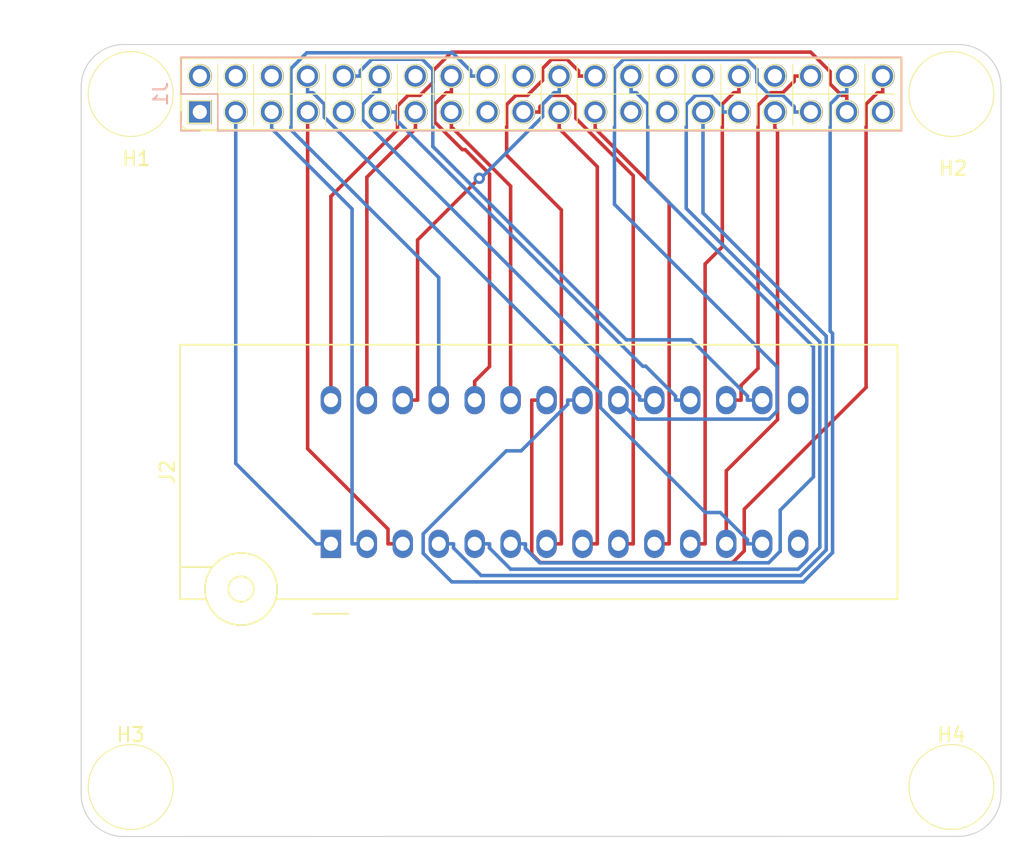
<source format=kicad_pcb>
(kicad_pcb (version 20211014) (generator pcbnew)
  (layers (0 "F.Cu" signal) (31 "B.Cu" signal) (34 "B.Paste" user) (35 "F.Paste" user) (36 "B.SilkS" user "B.Silkscreen") (37 "F.SilkS" user "F.Silkscreen") (38 "B.Mask" user) (39 "F.Mask" user) (44 "Edge.Cuts" user))
  (net 0 "")
  (net 1 "/GPIO21")
  (net 3 "/GPIO20")
  (net 4 "/GPIO27")
  (net 5 "/GPIO16")
  (net 6 "/GPIO19")
  (net 8 "/GPIO13")
  (net 9 "/GPIO12")
  (net 10 "/GPIO6")
  (net 12 "/GPIO5")
  (net 15 "/GPIO7")
  (net 17 "/GPIO8")
  (net 18 "/GPIO11")
  (net 19 "/GPIO25")
  (net 20 "/GPIO9")
  (net 22 "/GPIO10")
  (net 23 "/GPIO24")
  (net 25 "/GPIO23")
  (net 26 "/GPIO22")
  (net 28 "/GPIO26")
  (net 29 "/GPIO18")
  (net 30 "/GPIO17")
  (net 31 "/GPIO15")
  (net 33 "/GPIO14")
  (net 34 "/GPIO4")
  (net 36 "/GPIO3")
  (net 38 "/GPIO2")
  (footprint "MountingHole:MountingHole_2.7mm_M2.5" (layer "F.Cu") (at 44.6 34.08)
    (fp_text reference "H1" (at 0.405 4.57) (layer "F.SilkS"))
    (fp_text value "MountingHole")
    (pad "" np_thru_hole circle locked (at 0 0) (size 2.7 2.7) (drill 2.7) (layers *.Cu *.Mask))
  )
  (footprint "MountingHole:MountingHole_2.7mm_M2.5" (layer "F.Cu") (at 44.6 83.08)
    (fp_text reference "H3" (at 0 -3.7) (layer "F.SilkS"))
    (fp_text value "MountingHole")
    (pad "" np_thru_hole circle locked (at 0 0) (size 2.7 2.7) (drill 2.7) (layers *.Cu *.Mask))
  )
  (footprint "MountingHole:MountingHole_2.7mm_M2.5" (layer "F.Cu") (at 102.6 34.08)
    (fp_text reference "H2" (at 0.125 5.25) (layer "F.SilkS"))
    (fp_text value "MountingHole")
    (pad "" np_thru_hole circle locked (at 0 0) (size 2.7 2.7) (drill 2.7) (layers *.Cu *.Mask))
  )
  (footprint "MountingHole:MountingHole_2.7mm_M2.5" (layer "F.Cu") (at 102.6 83.08)
    (fp_text reference "H4" (at 0 -3.7) (layer "F.SilkS"))
    (fp_text value "MountingHole")
    (pad "" np_thru_hole circle locked (at 0 0) (size 2.7 2.7) (drill 2.7) (layers *.Cu *.Mask))
  )
  (footprint "Socket:DIP_Socket-28_W6.9_W7.62_W10.16_W12.7_W13.5_3M_228-4817-00-0602J" (layer "F.Cu") (at 58.75 65.885 90)
    (fp_text reference "J2" (at 5.08 -11.56 90) (layer "F.SilkS"))
    (fp_text value "28-6574-10")
    (fp_line (start 14.08 40.04) (end 14.08 -10.66) (layer "F.SilkS") (width 0.12))
    (fp_line (start -3.92 40.04) (end 14.08 40.04) (layer "F.SilkS") (width 0.12))
    (fp_line (start -3.92 -3.9) (end -3.92 40.04) (layer "F.SilkS") (width 0.12))
    (fp_line (start -4.95 1.27) (end -4.95 -1.27) (layer "F.SilkS") (width 0.12))
    (fp_line (start -3.92 -10.66) (end -3.92 -8.8) (layer "F.SilkS") (width 0.12))
    (fp_line (start -1.65 -10.66) (end -1.65 -8.4) (layer "F.SilkS") (width 0.12))
    (fp_line (start 14.08 -10.66) (end -3.92 -10.66) (layer "F.SilkS") (width 0.12))
    (fp_circle (center -3.2 -6.35) (end -2.3 -6.35) (layer "F.SilkS") (width 0.12) (fill none))
    (fp_circle (center -3.2 -6.35) (end -0.65 -6.35) (layer "F.SilkS") (width 0.12) (fill none))
    (pad "1" thru_hole rect locked (at 0 0 90) (size 2 1.44) (drill 1) (layers *.Cu *.Mask) (net 38 "/GPIO2"))
    (pad "2" thru_hole oval locked (at 0 2.54 90) (size 2 1.44) (drill 1) (layers *.Cu *.Mask) (net 36 "/GPIO3"))
    (pad "3" thru_hole oval locked (at 0 5.08 90) (size 2 1.44) (drill 1) (layers *.Cu *.Mask) (net 34 "/GPIO4"))
    (pad "4" thru_hole oval locked (at 0 7.62 90) (size 2 1.44) (drill 1) (layers *.Cu *.Mask) (net 12 "/GPIO5"))
    (pad "5" thru_hole oval locked (at 0 10.16 90) (size 2 1.44) (drill 1) (layers *.Cu *.Mask) (net 10 "/GPIO6"))
    (pad "6" thru_hole oval locked (at 0 12.7 90) (size 2 1.44) (drill 1) (layers *.Cu *.Mask) (net 15 "/GPIO7"))
    (pad "7" thru_hole oval locked (at 0 15.24 90) (size 2 1.44) (drill 1) (layers *.Cu *.Mask) (net 17 "/GPIO8"))
    (pad "8" thru_hole oval locked (at 0 17.78 90) (size 2 1.44) (drill 1) (layers *.Cu *.Mask) (net 20 "/GPIO9"))
    (pad "9" thru_hole oval locked (at 0 20.32 90) (size 2 1.44) (drill 1) (layers *.Cu *.Mask) (net 22 "/GPIO10"))
    (pad "10" thru_hole oval locked (at 0 22.86 90) (size 2 1.44) (drill 1) (layers *.Cu *.Mask) (net 18 "/GPIO11"))
    (pad "11" thru_hole oval locked (at 0 25.4 90) (size 2 1.44) (drill 1) (layers *.Cu *.Mask) (net 9 "/GPIO12"))
    (pad "12" thru_hole oval locked (at 0 27.94 90) (size 2 1.44) (drill 1) (layers *.Cu *.Mask) (net 8 "/GPIO13"))
    (pad "13" thru_hole oval locked (at 0 30.48 90) (size 2 1.44) (drill 1) (layers *.Cu *.Mask) (net 33 "/GPIO14"))
    (pad "14" thru_hole oval locked (at 0 33.02 90) (size 2 1.44) (drill 1) (layers *.Cu *.Mask))
    (pad "15" thru_hole oval locked (at 10.16 33.02 90) (size 2 1.44) (drill 1) (layers *.Cu *.Mask))
    (pad "16" thru_hole oval locked (at 10.16 30.48 90) (size 2 1.44) (drill 1) (layers *.Cu *.Mask) (net 31 "/GPIO15"))
    (pad "17" thru_hole oval locked (at 10.16 27.94 90) (size 2 1.44) (drill 1) (layers *.Cu *.Mask) (net 5 "/GPIO16"))
    (pad "18" thru_hole oval locked (at 10.16 25.4 90) (size 2 1.44) (drill 1) (layers *.Cu *.Mask) (net 30 "/GPIO17"))
    (pad "19" thru_hole oval locked (at 10.16 22.86 90) (size 2 1.44) (drill 1) (layers *.Cu *.Mask) (net 29 "/GPIO18"))
    (pad "20" thru_hole oval locked (at 10.16 20.32 90) (size 2 1.44) (drill 1) (layers *.Cu *.Mask) (net 6 "/GPIO19"))
    (pad "21" thru_hole oval locked (at 10.16 17.78 90) (size 2 1.44) (drill 1) (layers *.Cu *.Mask) (net 3 "/GPIO20"))
    (pad "22" thru_hole oval locked (at 10.16 15.24 90) (size 2 1.44) (drill 1) (layers *.Cu *.Mask) (net 1 "/GPIO21"))
    (pad "23" thru_hole oval locked (at 10.16 12.7 90) (size 2 1.44) (drill 1) (layers *.Cu *.Mask) (net 26 "/GPIO22"))
    (pad "24" thru_hole oval locked (at 10.16 10.16 90) (size 2 1.44) (drill 1) (layers *.Cu *.Mask) (net 25 "/GPIO23"))
    (pad "25" thru_hole oval locked (at 10.16 7.62 90) (size 2 1.44) (drill 1) (layers *.Cu *.Mask) (net 23 "/GPIO24"))
    (pad "26" thru_hole oval locked (at 10.16 5.08 90) (size 2 1.44) (drill 1) (layers *.Cu *.Mask) (net 19 "/GPIO25"))
    (pad "27" thru_hole oval locked (at 10.16 2.54 90) (size 2 1.44) (drill 1) (layers *.Cu *.Mask) (net 28 "/GPIO26"))
    (pad "28" thru_hole oval locked (at 10.16 0 90) (size 2 1.44) (drill 1) (layers *.Cu *.Mask) (net 4 "/GPIO27"))
  )
  (footprint "Connector_PinSocket_2.54mm:PinSocket_2x20_P2.54mm_Vertical" (layer "B.Cu") (at 49.485 35.35 -90)
    (fp_text reference "J1" (at -1.27 2.77 90) (layer "B.SilkS") (effects (justify mirror)))
    (fp_text value "Raspberry_Pi_2_3")
    (fp_line (start 0 1.33) (end 1.33 1.33) (layer "B.SilkS") (width 0.12))
    (fp_line (start -1.27 1.33) (end -1.27 -1.27) (layer "B.SilkS") (width 0.12))
    (fp_line (start -3.87 1.33) (end -1.27 1.33) (layer "B.SilkS") (width 0.12))
    (fp_line (start -3.87 1.33) (end -3.87 -49.59) (layer "B.SilkS") (width 0.12))
    (fp_line (start 1.33 -1.27) (end 1.33 -49.59) (layer "B.SilkS") (width 0.12))
    (fp_line (start -1.27 -1.27) (end 1.33 -1.27) (layer "B.SilkS") (width 0.12))
    (fp_line (start -3.87 -49.59) (end 1.33 -49.59) (layer "B.SilkS") (width 0.12))
    (fp_line (start 1.33 1.33) (end 1.33 0) (layer "B.SilkS") (width 0.12))
    (pad "1" thru_hole rect locked (at 0 0 270) (size 1.7 1.7) (drill 1) (layers *.Cu *.Mask))
    (pad "2" thru_hole oval locked (at -2.54 0 270) (size 1.7 1.7) (drill 1) (layers *.Cu *.Mask))
    (pad "3" thru_hole oval locked (at 0 -2.54 270) (size 1.7 1.7) (drill 1) (layers *.Cu *.Mask) (net 38 "/GPIO2"))
    (pad "4" thru_hole oval locked (at -2.54 -2.54 270) (size 1.7 1.7) (drill 1) (layers *.Cu *.Mask))
    (pad "5" thru_hole oval locked (at 0 -5.08 270) (size 1.7 1.7) (drill 1) (layers *.Cu *.Mask) (net 36 "/GPIO3"))
    (pad "6" thru_hole oval locked (at -2.54 -5.08 270) (size 1.7 1.7) (drill 1) (layers *.Cu *.Mask))
    (pad "7" thru_hole oval locked (at 0 -7.62 270) (size 1.7 1.7) (drill 1) (layers *.Cu *.Mask) (net 34 "/GPIO4"))
    (pad "8" thru_hole oval locked (at -2.54 -7.62 270) (size 1.7 1.7) (drill 1) (layers *.Cu *.Mask) (net 33 "/GPIO14"))
    (pad "9" thru_hole oval locked (at 0 -10.16 270) (size 1.7 1.7) (drill 1) (layers *.Cu *.Mask))
    (pad "10" thru_hole oval locked (at -2.54 -10.16 270) (size 1.7 1.7) (drill 1) (layers *.Cu *.Mask) (net 31 "/GPIO15"))
    (pad "11" thru_hole oval locked (at 0 -12.7 270) (size 1.7 1.7) (drill 1) (layers *.Cu *.Mask) (net 30 "/GPIO17"))
    (pad "12" thru_hole oval locked (at -2.54 -12.7 270) (size 1.7 1.7) (drill 1) (layers *.Cu *.Mask) (net 29 "/GPIO18"))
    (pad "13" thru_hole oval locked (at 0 -15.24 270) (size 1.7 1.7) (drill 1) (layers *.Cu *.Mask) (net 28 "/GPIO26"))
    (pad "14" thru_hole oval locked (at -2.54 -15.24 270) (size 1.7 1.7) (drill 1) (layers *.Cu *.Mask))
    (pad "15" thru_hole oval locked (at 0 -17.78 270) (size 1.7 1.7) (drill 1) (layers *.Cu *.Mask) (net 26 "/GPIO22"))
    (pad "16" thru_hole oval locked (at -2.54 -17.78 270) (size 1.7 1.7) (drill 1) (layers *.Cu *.Mask) (net 25 "/GPIO23"))
    (pad "17" thru_hole oval locked (at 0 -20.32 270) (size 1.7 1.7) (drill 1) (layers *.Cu *.Mask))
    (pad "18" thru_hole oval locked (at -2.54 -20.32 270) (size 1.7 1.7) (drill 1) (layers *.Cu *.Mask) (net 23 "/GPIO24"))
    (pad "19" thru_hole oval locked (at 0 -22.86 270) (size 1.7 1.7) (drill 1) (layers *.Cu *.Mask) (net 22 "/GPIO10"))
    (pad "20" thru_hole oval locked (at -2.54 -22.86 270) (size 1.7 1.7) (drill 1) (layers *.Cu *.Mask))
    (pad "21" thru_hole oval locked (at 0 -25.4 270) (size 1.7 1.7) (drill 1) (layers *.Cu *.Mask) (net 20 "/GPIO9"))
    (pad "22" thru_hole oval locked (at -2.54 -25.4 270) (size 1.7 1.7) (drill 1) (layers *.Cu *.Mask) (net 19 "/GPIO25"))
    (pad "23" thru_hole oval locked (at 0 -27.94 270) (size 1.7 1.7) (drill 1) (layers *.Cu *.Mask) (net 18 "/GPIO11"))
    (pad "24" thru_hole oval locked (at -2.54 -27.94 270) (size 1.7 1.7) (drill 1) (layers *.Cu *.Mask) (net 17 "/GPIO8"))
    (pad "25" thru_hole oval locked (at 0 -30.48 270) (size 1.7 1.7) (drill 1) (layers *.Cu *.Mask))
    (pad "26" thru_hole oval locked (at -2.54 -30.48 270) (size 1.7 1.7) (drill 1) (layers *.Cu *.Mask) (net 15 "/GPIO7"))
    (pad "27" thru_hole oval locked (at 0 -33.02 270) (size 1.7 1.7) (drill 1) (layers *.Cu *.Mask))
    (pad "28" thru_hole oval locked (at -2.54 -33.02 270) (size 1.7 1.7) (drill 1) (layers *.Cu *.Mask))
    (pad "29" thru_hole oval locked (at 0 -35.56 270) (size 1.7 1.7) (drill 1) (layers *.Cu *.Mask) (net 12 "/GPIO5"))
    (pad "30" thru_hole oval locked (at -2.54 -35.56 270) (size 1.7 1.7) (drill 1) (layers *.Cu *.Mask))
    (pad "31" thru_hole oval locked (at 0 -38.1 270) (size 1.7 1.7) (drill 1) (layers *.Cu *.Mask) (net 10 "/GPIO6"))
    (pad "32" thru_hole oval locked (at -2.54 -38.1 270) (size 1.7 1.7) (drill 1) (layers *.Cu *.Mask) (net 9 "/GPIO12"))
    (pad "33" thru_hole oval locked (at 0 -40.64 270) (size 1.7 1.7) (drill 1) (layers *.Cu *.Mask) (net 8 "/GPIO13"))
    (pad "34" thru_hole oval locked (at -2.54 -40.64 270) (size 1.7 1.7) (drill 1) (layers *.Cu *.Mask))
    (pad "35" thru_hole oval locked (at 0 -43.18 270) (size 1.7 1.7) (drill 1) (layers *.Cu *.Mask) (net 6 "/GPIO19"))
    (pad "36" thru_hole oval locked (at -2.54 -43.18 270) (size 1.7 1.7) (drill 1) (layers *.Cu *.Mask) (net 5 "/GPIO16"))
    (pad "37" thru_hole oval locked (at 0 -45.72 270) (size 1.7 1.7) (drill 1) (layers *.Cu *.Mask) (net 4 "/GPIO27"))
    (pad "38" thru_hole oval locked (at -2.54 -45.72 270) (size 1.7 1.7) (drill 1) (layers *.Cu *.Mask) (net 3 "/GPIO20"))
    (pad "39" thru_hole oval locked (at 0 -48.26 270) (size 1.7 1.7) (drill 1) (layers *.Cu *.Mask))
    (pad "40" thru_hole oval locked (at -2.54 -48.26 270) (size 1.7 1.7) (drill 1) (layers *.Cu *.Mask) (net 1 "/GPIO21"))
  )
  (gr_circle (center 44.6 34.08) (end 47.6 34.08) (layer "F.SilkS") (width 0.076199) (fill none))
  (gr_circle (center 69.79 32.81) (end 70.59 32.81) (layer "F.SilkS") (width 0.076199) (fill none))
  (gr_circle (center 102.6 34.080001) (end 105.6 34.080001) (layer "F.SilkS") (width 0.076199) (fill none))
  (gr_circle (center 92.65 35.35) (end 93.449999 35.35) (layer "F.SilkS") (width 0.076199) (fill none))
  (gr_circle (center 90.11 35.35) (end 90.909999 35.35) (layer "F.SilkS") (width 0.076199) (fill none))
  (gr_circle (center 59.63 32.81) (end 60.43 32.81) (layer "F.SilkS") (width 0.076199) (fill none))
  (gr_circle (center 92.65 32.81) (end 93.449999 32.81) (layer "F.SilkS") (width 0.076199) (fill none))
  (gr_line (start 68.532 31.97) (end 68.532 36.288) (layer "F.SilkS") (width 0.076199))
  (gr_line (start 78.692 31.97) (end 78.692 36.288) (layer "F.SilkS") (width 0.076199))
  (gr_circle (center 77.41 32.81) (end 78.21 32.81) (layer "F.SilkS") (width 0.076199) (fill none))
  (gr_line (start 91.392 31.97) (end 91.392 36.288) (layer "F.SilkS") (width 0.076199))
  (gr_circle (center 59.63 35.35) (end 60.43 35.35) (layer "F.SilkS") (width 0.076199) (fill none))
  (gr_circle (center 69.79 32.81) (end 70.59 32.81) (layer "F.SilkS") (width 0.076199) (fill none))
  (gr_circle (center 95.19 35.35) (end 95.99 35.35) (layer "F.SilkS") (width 0.076199) (fill none))
  (gr_circle (center 79.95 35.35) (end 80.75 35.35) (layer "F.SilkS") (width 0.076199) (fill none))
  (gr_circle (center 59.63 32.81) (end 60.43 32.81) (layer "F.SilkS") (width 0.076199) (fill none))
  (gr_circle (center 52.01 32.81) (end 52.81 32.81) (layer "F.SilkS") (width 0.076199) (fill none))
  (gr_circle (center 54.55 32.81) (end 55.35 32.81) (layer "F.SilkS") (width 0.076199) (fill none))
  (gr_line (start 83.772 31.97) (end 83.772 36.288) (layer "F.SilkS") (width 0.076199))
  (gr_circle (center 82.49 32.81) (end 83.29 32.81) (layer "F.SilkS") (width 0.076199) (fill none))
  (gr_circle (center 72.33 35.35) (end 73.13 35.35) (layer "F.SilkS") (width 0.076199) (fill none))
  (gr_circle (center 59.63 35.35) (end 60.43 35.35) (layer "F.SilkS") (width 0.076199) (fill none))
  (gr_circle (center 85.03 32.81) (end 85.83 32.81) (layer "F.SilkS") (width 0.076199) (fill none))
  (gr_line (start 99.1 36.68) (end 99.1 31.48) (layer "F.SilkS") (width 0.076199))
  (gr_circle (center 62.17 35.35) (end 62.97 35.35) (layer "F.SilkS") (width 0.076199) (fill none))
  (gr_line (start 48.67 34.55) (end 50.27 34.55) (layer "F.SilkS") (width 0.076199))
  (gr_circle (center 57.09 35.35) (end 57.89 35.35) (layer "F.SilkS") (width 0.076199) (fill none))
  (gr_circle (center 67.25 35.35) (end 68.05 35.35) (layer "F.SilkS") (width 0.076199) (fill none))
  (gr_circle (center 87.57 35.35) (end 88.369999 35.35) (layer "F.SilkS") (width 0.076199) (fill none))
  (gr_line (start 48.6 36.68) (end 99.1 36.68) (layer "F.SilkS") (width 0.076199))
  (gr_circle (center 90.11 32.81) (end 90.909999 32.81) (layer "F.SilkS") (width 0.076199) (fill none))
  (gr_circle (center 62.17 32.81) (end 62.97 32.81) (layer "F.SilkS") (width 0.076199) (fill none))
  (gr_circle (center 57.09 32.81) (end 57.89 32.81) (layer "F.SilkS") (width 0.076199) (fill none))
  (gr_circle (center 72.33 32.81) (end 73.13 32.81) (layer "F.SilkS") (width 0.076199) (fill none))
  (gr_circle (center 97.73 32.81) (end 98.53 32.81) (layer "F.SilkS") (width 0.076199) (fill none))
  (gr_circle (center 97.73 32.81) (end 98.53 32.81) (layer "F.SilkS") (width 0.076199) (fill none))
  (gr_line (start 73.612 31.97) (end 73.612 36.288) (layer "F.SilkS") (width 0.076199))
  (gr_line (start 99.1 31.48) (end 48.1 31.48) (layer "F.SilkS") (width 0.076199))
  (gr_line (start 50.27 36.15) (end 48.67 36.15) (layer "F.SilkS") (width 0.076199))
  (gr_circle (center 57.09 35.35) (end 57.89 35.35) (layer "F.SilkS") (width 0.076199) (fill none))
  (gr_circle (center 95.19 32.81) (end 95.99 32.81) (layer "F.SilkS") (width 0.076199) (fill none))
  (gr_circle (center 82.49 32.81) (end 83.29 32.81) (layer "F.SilkS") (width 0.076199) (fill none))
  (gr_line (start 88.852 31.97) (end 88.852 36.288) (layer "F.SilkS") (width 0.076199))
  (gr_line (start 48.2 31.58) (end 48.2 36.58) (layer "F.SilkS") (width 0.076199))
  (gr_circle (center 64.71 35.35) (end 65.51 35.35) (layer "F.SilkS") (width 0.076199) (fill none))
  (gr_circle (center 79.95 32.81) (end 80.75 32.81) (layer "F.SilkS") (width 0.076199) (fill none))
  (gr_circle (center 90.11 32.81) (end 90.909999 32.81) (layer "F.SilkS") (width 0.076199) (fill none))
  (gr_circle (center 82.49 35.35) (end 83.29 35.35) (layer "F.SilkS") (width 0.076199) (fill none))
  (gr_circle (center 67.25 32.81) (end 68.05 32.81) (layer "F.SilkS") (width 0.076199) (fill none))
  (gr_line (start 58.372 31.97) (end 58.372 36.288) (layer "F.SilkS") (width 0.076199))
  (gr_circle (center 64.71 32.81) (end 65.51 32.81) (layer "F.SilkS") (width 0.076199) (fill none))
  (gr_circle (center 64.71 35.35) (end 65.51 35.35) (layer "F.SilkS") (width 0.076199) (fill none))
  (gr_line (start 86.312 31.97) (end 86.312 36.288) (layer "F.SilkS") (width 0.076199))
  (gr_circle (center 97.73 35.35) (end 98.53 35.35) (layer "F.SilkS") (width 0.076199) (fill none))
  (gr_circle (center 87.57 35.35) (end 88.369999 35.35) (layer "F.SilkS") (width 0.076199) (fill none))
  (gr_circle (center 52.01 32.81) (end 52.81 32.81) (layer "F.SilkS") (width 0.076199) (fill none))
  (gr_line (start 48.1 36.18) (end 48.6 36.68) (layer "F.SilkS") (width 0.076199))
  (gr_circle (center 95.19 32.81) (end 95.99 32.81) (layer "F.SilkS") (width 0.076199) (fill none))
  (gr_circle (center 85.03 32.81) (end 85.83 32.81) (layer "F.SilkS") (width 0.076199) (fill none))
  (gr_circle (center 57.09 32.81) (end 57.89 32.81) (layer "F.SilkS") (width 0.076199) (fill none))
  (gr_circle (center 67.25 35.35) (end 68.05 35.35) (layer "F.SilkS") (width 0.076199) (fill none))
  (gr_circle (center 85.03 35.35) (end 85.83 35.35) (layer "F.SilkS") (width 0.076199) (fill none))
  (gr_line (start 50.27 36.15) (end 48.67 36.15) (layer "F.SilkS") (width 0.076199))
  (gr_line (start 53.292 31.97) (end 53.292 36.288) (layer "F.SilkS") (width 0.076199))
  (gr_line (start 50.27 34.55) (end 50.27 36.15) (layer "F.SilkS") (width 0.076199))
  (gr_circle (center 87.57 32.81) (end 88.369999 32.81) (layer "F.SilkS") (width 0.076199) (fill none))
  (gr_line (start 81.232 31.97) (end 81.232 36.288) (layer "F.SilkS") (width 0.076199))
  (gr_circle (center 74.87 32.81) (end 75.67 32.81) (layer "F.SilkS") (width 0.076199) (fill none))
  (gr_circle (center 74.87 35.35) (end 75.67 35.35) (layer "F.SilkS") (width 0.076199) (fill none))
  (gr_line (start 48.67 34.55) (end 50.27 34.55) (layer "F.SilkS") (width 0.076199))
  (gr_line (start 63.452 31.97) (end 63.452 36.288) (layer "F.SilkS") (width 0.076199))
  (gr_circle (center 67.25 32.81) (end 68.05 32.81) (layer "F.SilkS") (width 0.076199) (fill none))
  (gr_circle (center 77.41 32.81) (end 78.21 32.81) (layer "F.SilkS") (width 0.076199) (fill none))
  (gr_circle (center 54.55 32.81) (end 55.35 32.81) (layer "F.SilkS") (width 0.076199) (fill none))
  (gr_circle (center 102.6 83.080001) (end 105.6 83.080001) (layer "F.SilkS") (width 0.076199) (fill none))
  (gr_circle (center 74.87 35.35) (end 75.67 35.35) (layer "F.SilkS") (width 0.076199) (fill none))
  (gr_circle (center 79.95 35.35) (end 80.75 35.35) (layer "F.SilkS") (width 0.076199) (fill none))
  (gr_circle (center 79.95 32.81) (end 80.75 32.81) (layer "F.SilkS") (width 0.076199) (fill none))
  (gr_circle (center 72.33 35.35) (end 73.13 35.35) (layer "F.SilkS") (width 0.076199) (fill none))
  (gr_circle (center 64.71 32.81) (end 65.51 32.81) (layer "F.SilkS") (width 0.076199) (fill none))
  (gr_circle (center 54.55 35.35) (end 55.35 35.35) (layer "F.SilkS") (width 0.076199) (fill none))
  (gr_circle (center 77.41 35.35) (end 78.21 35.35) (layer "F.SilkS") (width 0.076199) (fill none))
  (gr_line (start 99 36.58) (end 99 31.58) (layer "F.SilkS") (width 0.076199))
  (gr_circle (center 74.87 32.81) (end 75.67 32.81) (layer "F.SilkS") (width 0.076199) (fill none))
  (gr_circle (center 92.65 32.81) (end 93.449999 32.81) (layer "F.SilkS") (width 0.076199) (fill none))
  (gr_circle (center 92.65 35.35) (end 93.449999 35.35) (layer "F.SilkS") (width 0.076199) (fill none))
  (gr_line (start 48.2 36.58) (end 99 36.58) (layer "F.SilkS") (width 0.076199))
  (gr_line (start 65.992 31.97) (end 65.992 36.288) (layer "F.SilkS") (width 0.076199))
  (gr_circle (center 90.11 35.35) (end 90.909999 35.35) (layer "F.SilkS") (width 0.076199) (fill none))
  (gr_line (start 93.932 31.97) (end 93.932 36.288) (layer "F.SilkS") (width 0.076199))
  (gr_circle (center 54.55 35.35) (end 55.35 35.35) (layer "F.SilkS") (width 0.076199) (fill none))
  (gr_line (start 60.912 31.97) (end 60.912 36.288) (layer "F.SilkS") (width 0.076199))
  (gr_circle (center 82.49 35.35) (end 83.29 35.35) (layer "F.SilkS") (width 0.076199) (fill none))
  (gr_line (start 48.1 31.48) (end 48.1 36.18) (layer "F.SilkS") (width 0.076199))
  (gr_line (start 96.472 31.97) (end 96.472 36.288) (layer "F.SilkS") (width 0.076199))
  (gr_circle (center 85.03 35.35) (end 85.83 35.35) (layer "F.SilkS") (width 0.076199) (fill none))
  (gr_line (start 71.072 31.97) (end 71.072 36.288) (layer "F.SilkS") (width 0.076199))
  (gr_circle (center 97.73 35.35) (end 98.53 35.35) (layer "F.SilkS") (width 0.076199) (fill none))
  (gr_circle (center 77.41 35.35) (end 78.21 35.35) (layer "F.SilkS") (width 0.076199) (fill none))
  (gr_line (start 50.752 31.97) (end 50.752 36.288) (layer "F.SilkS") (width 0.076199))
  (gr_circle (center 69.79 35.35) (end 70.59 35.35) (layer "F.SilkS") (width 0.076199) (fill none))
  (gr_line (start 50.27 34.55) (end 50.27 36.15) (layer "F.SilkS") (width 0.076199))
  (gr_circle (center 62.17 35.35) (end 62.97 35.35) (layer "F.SilkS") (width 0.076199) (fill none))
  (gr_line (start 99 31.58) (end 48.2 31.58) (layer "F.SilkS") (width 0.076199))
  (gr_line (start 48.67 36.15) (end 48.67 34.55) (layer "F.SilkS") (width 0.076199))
  (gr_circle (center 49.469999 32.81) (end 50.27 32.81) (layer "F.SilkS") (width 0.076199) (fill none))
  (gr_line (start 48.6 34.08) (end 98.6 34.08) (layer "F.SilkS") (width 0.076199))
  (gr_circle (center 52.01 35.35) (end 52.81 35.35) (layer "F.SilkS") (width 0.076199) (fill none))
  (gr_line (start 48.67 36.15) (end 48.67 34.55) (layer "F.SilkS") (width 0.076199))
  (gr_line (start 76.152 31.97) (end 76.152 36.288) (layer "F.SilkS") (width 0.076199))
  (gr_circle (center 44.6 83.080001) (end 47.6 83.080001) (layer "F.SilkS") (width 0.076199) (fill none))
  (gr_circle (center 49.469999 32.81) (end 50.27 32.81) (layer "F.SilkS") (width 0.076199) (fill none))
  (gr_circle (center 72.33 32.81) (end 73.13 32.81) (layer "F.SilkS") (width 0.076199) (fill none))
  (gr_circle (center 62.17 32.81) (end 62.97 32.81) (layer "F.SilkS") (width 0.076199) (fill none))
  (gr_circle (center 52.01 35.35) (end 52.81 35.35) (layer "F.SilkS") (width 0.076199) (fill none))
  (gr_circle (center 69.79 35.35) (end 70.59 35.35) (layer "F.SilkS") (width 0.076199) (fill none))
  (gr_circle (center 87.57 32.81) (end 88.369999 32.81) (layer "F.SilkS") (width 0.076199) (fill none))
  (gr_line (start 55.832 31.97) (end 55.832 36.288) (layer "F.SilkS") (width 0.076199))
  (gr_circle (center 95.19 35.35) (end 95.99 35.35) (layer "F.SilkS") (width 0.076199) (fill none))
  (gr_line (start 44.1 86.58) (end 103.105 86.57) (layer "Edge.Cuts") (width 0.076199))
  (gr_arc (start 41.099999 33.579995) (mid 41.97868 31.458677) (end 44.1 30.58) (layer "Edge.Cuts") (width 0.076199))
  (gr_line (start 41.1 33.58) (end 41.1 83.58) (layer "Edge.Cuts") (width 0.076199))
  (gr_line (start 106.104999 83.570005) (end 106.105 33.58) (layer "Edge.Cuts") (width 0.076199))
  (gr_arc (start 44.099994 86.58) (mid 41.978677 85.701319) (end 41.1 83.58) (layer "Edge.Cuts") (width 0.076199))
  (gr_arc (start 103.105 30.58) (mid 105.226318 31.45868) (end 106.104996 33.58) (layer "Edge.Cuts") (width 0.076199))
  (gr_line (start 103.105 30.58) (end 44.1 30.58) (layer "Edge.Cuts") (width 0.076199))
  (gr_arc (start 106.104999 83.570005) (mid 105.226319 85.691323) (end 103.105 86.57) (layer "Edge.Cuts") (width 0.076199))
  (segment (start 72.9447 66.6085) (end 72.9447 55.725) (width 0.25) (layer "F.Cu") (net 1))
  (segment (start 96.5697 34.7932) (end 96.5697 54.8239) (width 0.25) (layer "F.Cu") (net 1))
  (segment (start 97.3776 33.9853) (end 96.5697 34.7932) (width 0.25) (layer "F.Cu") (net 1))
  (segment (start 87.96 63.4336) (end 87.96 66.3843) (width 0.25) (layer "F.Cu") (net 1))
  (segment (start 96.5697 54.8239) (end 87.96 63.4336) (width 0.25) (layer "F.Cu") (net 1))
  (segment (start 87.96 66.3843) (end 87.1268 67.2175) (width 0.25) (layer "F.Cu") (net 1))
  (segment (start 73.5537 67.2175) (end 72.9447 66.6085) (width 0.25) (layer "F.Cu") (net 1))
  (segment (start 73.99 55.725) (end 72.9447 55.725) (width 0.25) (layer "F.Cu") (net 1))
  (segment (start 97.745 32.81) (end 97.745 33.9853) (width 0.25) (layer "F.Cu") (net 1))
  (segment (start 87.1268 67.2175) (end 73.5537 67.2175) (width 0.25) (layer "F.Cu") (net 1))
  (segment (start 97.745 33.9853) (end 97.3776 33.9853) (width 0.25) (layer "F.Cu") (net 1))
  (segment (start 94.2014 66.506) (end 94.2014 51.0092) (width 0.25) (layer "B.Cu") (net 3))
  (segment (start 95.205 32.81) (end 95.205 33.9853) (width 0.25) (layer "B.Cu") (net 3))
  (segment (start 72.1933 59.3104) (end 71.1427 59.3104) (width 0.25) (layer "B.Cu") (net 3))
  (segment (start 67.2932 68.5769) (end 92.1305 68.5769) (width 0.25) (layer "B.Cu") (net 3))
  (segment (start 76.53 55.725) (end 75.4847 55.725) (width 0.25) (layer "B.Cu") (net 3))
  (segment (start 94.8377 33.9853) (end 95.205 33.9853) (width 0.25) (layer "B.Cu") (net 3))
  (segment (start 75.4847 56.019) (end 72.1933 59.3104) (width 0.25) (layer "B.Cu") (net 3))
  (segment (start 71.1427 59.3104) (end 65.269 65.1841) (width 0.25) (layer "B.Cu") (net 3))
  (segment (start 94.0297 34.7933) (end 94.8377 33.9853) (width 0.25) (layer "B.Cu") (net 3))
  (segment (start 65.269 66.5527) (end 67.2932 68.5769) (width 0.25) (layer "B.Cu") (net 3))
  (segment (start 65.269 65.1841) (end 65.269 66.5527) (width 0.25) (layer "B.Cu") (net 3))
  (segment (start 92.1305 68.5769) (end 94.2014 66.506) (width 0.25) (layer "B.Cu") (net 3))
  (segment (start 94.2014 51.0092) (end 94.0297 50.8375) (width 0.25) (layer "B.Cu") (net 3))
  (segment (start 75.4847 55.725) (end 75.4847 56.019) (width 0.25) (layer "B.Cu") (net 3))
  (segment (start 94.0297 50.8375) (end 94.0297 34.7933) (width 0.25) (layer "B.Cu") (net 3))
  (segment (start 94.0297 32.4934) (end 92.652 31.1157) (width 0.25) (layer "F.Cu") (net 4))
  (segment (start 95.205 35.35) (end 95.205 34.1747) (width 0.25) (layer "F.Cu") (net 4))
  (segment (start 94.8376 34.1747) (end 94.0297 33.3668) (width 0.25) (layer "F.Cu") (net 4))
  (segment (start 65.0446 34.1746) (end 64.1994 34.1746) (width 0.25) (layer "F.Cu") (net 4))
  (segment (start 65.9616 32.4395) (end 65.9616 33.2576) (width 0.25) (layer "F.Cu") (net 4))
  (segment (start 63.455 36.6087) (end 58.75 41.3137) (width 0.25) (layer "F.Cu") (net 4))
  (segment (start 63.455 34.919) (end 63.455 36.6087) (width 0.25) (layer "F.Cu") (net 4))
  (segment (start 67.2854 31.1157) (end 65.9616 32.4395) (width 0.25) (layer "F.Cu") (net 4))
  (segment (start 65.9616 33.2576) (end 65.0446 34.1746) (width 0.25) (layer "F.Cu") (net 4))
  (segment (start 92.652 31.1157) (end 67.2854 31.1157) (width 0.25) (layer "F.Cu") (net 4))
  (segment (start 94.0297 33.3668) (end 94.0297 32.4934) (width 0.25) (layer "F.Cu") (net 4))
  (segment (start 58.75 41.3137) (end 58.75 55.725) (width 0.25) (layer "F.Cu") (net 4))
  (segment (start 95.205 34.1747) (end 94.8376 34.1747) (width 0.25) (layer "F.Cu") (net 4))
  (segment (start 64.1994 34.1746) (end 63.455 34.919) (width 0.25) (layer "F.Cu") (net 4))
  (segment (start 88.9319 53.4831) (end 87.7353 54.6797) (width 0.25) (layer "F.Cu") (net 5))
  (segment (start 88.9319 34.8783) (end 88.9319 53.4831) (width 0.25) (layer "F.Cu") (net 5))
  (segment (start 86.69 55.725) (end 87.7353 55.725) (width 0.25) (layer "F.Cu") (net 5))
  (segment (start 92.665 32.81) (end 91.4897 32.81) (width 0.25) (layer "F.Cu") (net 5))
  (segment (start 91.4897 32.81) (end 91.4897 33.1774) (width 0.25) (layer "F.Cu") (net 5))
  (segment (start 89.8249 33.9853) (end 88.9319 34.8783) (width 0.25) (layer "F.Cu") (net 5))
  (segment (start 90.6818 33.9853) (end 89.8249 33.9853) (width 0.25) (layer "F.Cu") (net 5))
  (segment (start 87.7353 54.6797) (end 87.7353 55.725) (width 0.25) (layer "F.Cu") (net 5))
  (segment (start 91.4897 33.1774) (end 90.6818 33.9853) (width 0.25) (layer "F.Cu") (net 5))
  (segment (start 88.1492 31.6315) (end 79.4345 31.6315) (width 0.25) (layer "B.Cu") (net 6))
  (segment (start 89.7095 57.0669) (end 80.4119 57.0669) (width 0.25) (layer "B.Cu") (net 6))
  (segment (start 80.4119 57.0669) (end 79.07 55.725) (width 0.25) (layer "B.Cu") (net 6))
  (segment (start 79.4345 31.6315) (end 78.7874 32.2786) (width 0.25) (layer "B.Cu") (net 6))
  (segment (start 91.4897 34.9826) (end 90.6818 34.1747) (width 0.25) (layer "B.Cu") (net 6))
  (segment (start 90.2782 56.4982) (end 89.7095 57.0669) (width 0.25) (layer "B.Cu") (net 6))
  (segment (start 88.855 33.241) (end 88.855 32.3373) (width 0.25) (layer "B.Cu") (net 6))
  (segment (start 89.7887 34.1747) (end 88.855 33.241) (width 0.25) (layer "B.Cu") (net 6))
  (segment (start 91.4897 35.35) (end 91.4897 34.9826) (width 0.25) (layer "B.Cu") (net 6))
  (segment (start 90.6818 34.1747) (end 89.7887 34.1747) (width 0.25) (layer "B.Cu") (net 6))
  (segment (start 78.7874 41.8793) (end 90.2782 53.3701) (width 0.25) (layer "B.Cu") (net 6))
  (segment (start 78.7874 32.2786) (end 78.7874 41.8793) (width 0.25) (layer "B.Cu") (net 6))
  (segment (start 92.665 35.35) (end 91.4897 35.35) (width 0.25) (layer "B.Cu") (net 6))
  (segment (start 88.855 32.3373) (end 88.1492 31.6315) (width 0.25) (layer "B.Cu") (net 6))
  (segment (start 90.2782 53.3701) (end 90.2782 56.4982) (width 0.25) (layer "B.Cu") (net 6))
  (segment (start 90.125 35.35) (end 90.125 36.5253) (width 0.25) (layer "F.Cu") (net 8))
  (segment (start 90.125 36.5253) (end 90.3125 36.7128) (width 0.25) (layer "F.Cu") (net 8))
  (segment (start 90.3125 36.7128) (end 90.3125 57.1007) (width 0.25) (layer "F.Cu") (net 8))
  (segment (start 90.3125 57.1007) (end 86.69 60.7232) (width 0.25) (layer "F.Cu") (net 8))
  (segment (start 86.69 60.7232) (end 86.69 65.885) (width 0.25) (layer "F.Cu") (net 8))
  (segment (start 87.585 33.9853) (end 87.2176 33.9853) (width 0.25) (layer "F.Cu") (net 9))
  (segment (start 87.2176 33.9853) (end 86.4097 34.7932) (width 0.25) (layer "F.Cu") (net 9))
  (segment (start 86.4097 34.7932) (end 86.4097 44.8836) (width 0.25) (layer "F.Cu") (net 9))
  (segment (start 84.15 65.885) (end 85.1953 65.885) (width 0.25) (layer "F.Cu") (net 9))
  (segment (start 87.585 32.81) (end 87.585 33.9853) (width 0.25) (layer "F.Cu") (net 9))
  (segment (start 85.1953 46.098) (end 85.1953 65.885) (width 0.25) (layer "F.Cu") (net 9))
  (segment (start 86.4097 44.8836) (end 85.1953 46.098) (width 0.25) (layer "F.Cu") (net 9))
  (segment (start 83.8592 42.1658) (end 93.3008 51.6074) (width 0.25) (layer "B.Cu") (net 10))
  (segment (start 68.91 65.885) (end 69.9553 65.885) (width 0.25) (layer "B.Cu") (net 10))
  (segment (start 86.4097 35.35) (end 86.4097 34.9827) (width 0.25) (layer "B.Cu") (net 10))
  (segment (start 93.3008 51.6074) (end 93.3008 66.1328) (width 0.25) (layer "B.Cu") (net 10))
  (segment (start 71.4526 67.6763) (end 69.9553 66.179) (width 0.25) (layer "B.Cu") (net 10))
  (segment (start 85.6016 34.1746) (end 84.5194 34.1746) (width 0.25) (layer "B.Cu") (net 10))
  (segment (start 87.585 35.35) (end 86.4097 35.35) (width 0.25) (layer "B.Cu") (net 10))
  (segment (start 83.8592 34.8348) (end 83.8592 42.1658) (width 0.25) (layer "B.Cu") (net 10))
  (segment (start 69.9553 66.179) (end 69.9553 65.885) (width 0.25) (layer "B.Cu") (net 10))
  (segment (start 93.3008 66.1328) (end 91.7573 67.6763) (width 0.25) (layer "B.Cu") (net 10))
  (segment (start 84.5194 34.1746) (end 83.8592 34.8348) (width 0.25) (layer "B.Cu") (net 10))
  (segment (start 86.4097 34.9827) (end 85.6016 34.1746) (width 0.25) (layer "B.Cu") (net 10))
  (segment (start 91.7573 67.6763) (end 71.4526 67.6763) (width 0.25) (layer "B.Cu") (net 10))
  (segment (start 91.9439 68.1266) (end 93.7511 66.3194) (width 0.25) (layer "B.Cu") (net 12))
  (segment (start 67.4153 65.885) (end 67.4153 66.179) (width 0.25) (layer "B.Cu") (net 12))
  (segment (start 85.045 35.35) (end 85.045 36.5253) (width 0.25) (layer "B.Cu") (net 12))
  (segment (start 93.7511 51.1959) (end 85.045 42.4898) (width 0.25) (layer "B.Cu") (net 12))
  (segment (start 85.045 42.4898) (end 85.045 36.5253) (width 0.25) (layer "B.Cu") (net 12))
  (segment (start 66.37 65.885) (end 67.4153 65.885) (width 0.25) (layer "B.Cu") (net 12))
  (segment (start 93.7511 66.3194) (end 93.7511 51.1959) (width 0.25) (layer "B.Cu") (net 12))
  (segment (start 67.4153 66.179) (end 69.3629 68.1266) (width 0.25) (layer "B.Cu") (net 12))
  (segment (start 69.3629 68.1266) (end 91.9439 68.1266) (width 0.25) (layer "B.Cu") (net 12))
  (segment (start 92.8504 51.9617) (end 81.1403 40.2516) (width 0.25) (layer "B.Cu") (net 15))
  (segment (start 90.5 66.4116) (end 90.5 63.5027) (width 0.25) (layer "B.Cu") (net 15))
  (segment (start 73.5053 67.226) (end 89.6856 67.226) (width 0.25) (layer "B.Cu") (net 15))
  (segment (start 81.1403 34.7932) (end 80.3324 33.9853) (width 0.25) (layer "B.Cu") (net 15))
  (segment (start 72.4953 65.885) (end 72.4953 66.216) (width 0.25) (layer "B.Cu") (net 15))
  (segment (start 80.3324 33.9853) (end 79.965 33.9853) (width 0.25) (layer "B.Cu") (net 15))
  (segment (start 89.6856 67.226) (end 90.5 66.4116) (width 0.25) (layer "B.Cu") (net 15))
  (segment (start 90.5 63.5027) (end 92.8504 61.1523) (width 0.25) (layer "B.Cu") (net 15))
  (segment (start 81.1403 40.2516) (end 81.1403 34.7932) (width 0.25) (layer "B.Cu") (net 15))
  (segment (start 92.8504 61.1523) (end 92.8504 51.9617) (width 0.25) (layer "B.Cu") (net 15))
  (segment (start 79.965 32.81) (end 79.965 33.9853) (width 0.25) (layer "B.Cu") (net 15))
  (segment (start 72.4953 66.216) (end 73.5053 67.226) (width 0.25) (layer "B.Cu") (net 15))
  (segment (start 71.45 65.885) (end 72.4953 65.885) (width 0.25) (layer "B.Cu") (net 15))
  (segment (start 76.2497 32.4427) (end 75.4407 31.6337) (width 0.25) (layer "F.Cu") (net 17))
  (segment (start 73.99 65.885) (end 75.0353 65.885) (width 0.25) (layer "F.Cu") (net 17))
  (segment (start 73.7096 32.2657) (end 73.7096 33.1096) (width 0.25) (layer "F.Cu") (net 17))
  (segment (start 71.168 34.826) (end 71.168 38.4072) (width 0.25) (layer "F.Cu") (net 17))
  (segment (start 71.168 38.4072) (end 75.0353 42.2745) (width 0.25) (layer "F.Cu") (net 17))
  (segment (start 77.425 32.81) (end 76.2497 32.81) (width 0.25) (layer "F.Cu") (net 17))
  (segment (start 75.4407 31.6337) (end 74.3416 31.6337) (width 0.25) (layer "F.Cu") (net 17))
  (segment (start 73.7096 33.1096) (end 72.6446 34.1746) (width 0.25) (layer "F.Cu") (net 17))
  (segment (start 71.8194 34.1746) (end 71.168 34.826) (width 0.25) (layer "F.Cu") (net 17))
  (segment (start 72.6446 34.1746) (end 71.8194 34.1746) (width 0.25) (layer "F.Cu") (net 17))
  (segment (start 76.2497 32.81) (end 76.2497 32.4427) (width 0.25) (layer "F.Cu") (net 17))
  (segment (start 75.0353 42.2745) (end 75.0353 65.885) (width 0.25) (layer "F.Cu") (net 17))
  (segment (start 74.3416 31.6337) (end 73.7096 32.2657) (width 0.25) (layer "F.Cu") (net 17))
  (segment (start 81.61 65.885) (end 82.6553 65.885) (width 0.25) (layer "F.Cu") (net 18))
  (segment (start 82.6553 41.7556) (end 77.425 36.5253) (width 0.25) (layer "F.Cu") (net 18))
  (segment (start 82.6553 65.885) (end 82.6553 41.7556) (width 0.25) (layer "F.Cu") (net 18))
  (segment (start 77.425 35.35) (end 77.425 36.5253) (width 0.25) (layer "F.Cu") (net 18))
  (segment (start 69.2356 40.0405) (end 64.8753 44.4008) (width 0.25) (layer "F.Cu") (net 19))
  (segment (start 63.83 55.725) (end 64.8753 55.725) (width 0.25) (layer "F.Cu") (net 19))
  (segment (start 64.8753 44.4008) (end 64.8753 55.725) (width 0.25) (layer "F.Cu") (net 19))
  (via (at 69.2356 40.0405) (size 0.8) (drill 0.4) (layers "F.Cu" "B.Cu") (net 19))
  (segment (start 73.7097 35.6746) (end 69.3438 40.0405) (width 0.25) (layer "B.Cu") (net 19))
  (segment (start 74.5176 33.9853) (end 73.7097 34.7932) (width 0.25) (layer "B.Cu") (net 19))
  (segment (start 73.7097 34.7932) (end 73.7097 35.6746) (width 0.25) (layer "B.Cu") (net 19))
  (segment (start 74.885 33.9853) (end 74.5176 33.9853) (width 0.25) (layer "B.Cu") (net 19))
  (segment (start 74.885 32.81) (end 74.885 33.9853) (width 0.25) (layer "B.Cu") (net 19))
  (segment (start 69.3438 40.0405) (end 69.2356 40.0405) (width 0.25) (layer "B.Cu") (net 19))
  (segment (start 77.5753 39.2156) (end 77.5753 65.885) (width 0.25) (layer "F.Cu") (net 20))
  (segment (start 76.53 65.885) (end 77.5753 65.885) (width 0.25) (layer "F.Cu") (net 20))
  (segment (start 74.885 35.35) (end 74.885 36.5253) (width 0.25) (layer "F.Cu") (net 20))
  (segment (start 74.885 36.5253) (end 77.5753 39.2156) (width 0.25) (layer "F.Cu") (net 20))
  (segment (start 75.3744 34.1746) (end 76.0604 34.8606) (width 0.25) (layer "F.Cu") (net 22))
  (segment (start 73.5203 35.35) (end 73.5203 34.9827) (width 0.25) (layer "F.Cu") (net 22))
  (segment (start 74.3284 34.1746) (end 75.3744 34.1746) (width 0.25) (layer "F.Cu") (net 22))
  (segment (start 76.0604 35.7976) (end 80.1153 39.8525) (width 0.25) (layer "F.Cu") (net 22))
  (segment (start 79.07 65.885) (end 80.1153 65.885) (width 0.25) (layer "F.Cu") (net 22))
  (segment (start 80.1153 39.8525) (end 80.1153 65.885) (width 0.25) (layer "F.Cu") (net 22))
  (segment (start 76.0604 34.8606) (end 76.0604 35.7976) (width 0.25) (layer "F.Cu") (net 22))
  (segment (start 73.5203 34.9827) (end 74.3284 34.1746) (width 0.25) (layer "F.Cu") (net 22))
  (segment (start 72.345 35.35) (end 73.5203 35.35) (width 0.25) (layer "F.Cu") (net 22))
  (segment (start 66.37 47.0603) (end 66.37 55.725) (width 0.25) (layer "B.Cu") (net 23))
  (segment (start 69.805 32.81) (end 68.6297 32.81) (width 0.25) (layer "B.Cu") (net 23))
  (segment (start 55.9249 32.2811) (end 55.9249 36.6152) (width 0.25) (layer "B.Cu") (net 23))
  (segment (start 57.0429 31.1631) (end 55.9249 32.2811) (width 0.25) (layer "B.Cu") (net 23))
  (segment (start 68.6297 32.4427) (end 67.3501 31.1631) (width 0.25) (layer "B.Cu") (net 23))
  (segment (start 55.9249 36.6152) (end 66.37 47.0603) (width 0.25) (layer "B.Cu") (net 23))
  (segment (start 67.3501 31.1631) (end 57.0429 31.1631) (width 0.25) (layer "B.Cu") (net 23))
  (segment (start 68.6297 32.81) (end 68.6297 32.4427) (width 0.25) (layer "B.Cu") (net 23))
  (segment (start 66.8977 33.9853) (end 67.265 33.9853) (width 0.25) (layer "F.Cu") (net 25))
  (segment (start 68.0363 38.0091) (end 66.0896 36.0624) (width 0.25) (layer "F.Cu") (net 25))
  (segment (start 66.0896 34.7934) (end 66.8977 33.9853) (width 0.25) (layer "F.Cu") (net 25))
  (segment (start 69.9609 53.3488) (end 69.9609 39.74) (width 0.25) (layer "F.Cu") (net 25))
  (segment (start 68.91 54.3997) (end 69.9609 53.3488) (width 0.25) (layer "F.Cu") (net 25))
  (segment (start 67.265 32.81) (end 67.265 33.9853) (width 0.25) (layer "F.Cu") (net 25))
  (segment (start 66.0896 36.0624) (end 66.0896 34.7934) (width 0.25) (layer "F.Cu") (net 25))
  (segment (start 68.91 55.725) (end 68.91 54.3997) (width 0.25) (layer "F.Cu") (net 25))
  (segment (start 69.9609 39.74) (end 68.23 38.0091) (width 0.25) (layer "F.Cu") (net 25))
  (segment (start 68.23 38.0091) (end 68.0363 38.0091) (width 0.25) (layer "F.Cu") (net 25))
  (segment (start 67.265 35.35) (end 67.265 36.5253) (width 0.25) (layer "F.Cu") (net 26))
  (segment (start 71.4499 40.5921) (end 67.3831 36.5253) (width 0.25) (layer "F.Cu") (net 26))
  (segment (start 71.45 54.3997) (end 71.4499 54.3997) (width 0.25) (layer "F.Cu") (net 26))
  (segment (start 71.45 55.725) (end 71.45 54.3997) (width 0.25) (layer "F.Cu") (net 26))
  (segment (start 67.3831 36.5253) (end 67.265 36.5253) (width 0.25) (layer "F.Cu") (net 26))
  (segment (start 71.4499 54.3997) (end 71.4499 40.5921) (width 0.25) (layer "F.Cu") (net 26))
  (segment (start 61.29 39.9603) (end 64.725 36.5253) (width 0.25) (layer "F.Cu") (net 28))
  (segment (start 61.29 55.725) (end 61.29 39.9603) (width 0.25) (layer "F.Cu") (net 28))
  (segment (start 64.725 35.35) (end 64.725 36.5253) (width 0.25) (layer "F.Cu") (net 28))
  (segment (start 61.0042 35.9008) (end 80.5647 55.4613) (width 0.25) (layer "B.Cu") (net 29))
  (segment (start 61.8177 33.9853) (end 61.0042 34.7988) (width 0.25) (layer "B.Cu") (net 29))
  (segment (start 80.5647 55.4613) (end 80.5647 55.725) (width 0.25) (layer "B.Cu") (net 29))
  (segment (start 61.0042 34.7988) (end 61.0042 35.9008) (width 0.25) (layer "B.Cu") (net 29))
  (segment (start 81.61 55.725) (end 80.5647 55.725) (width 0.25) (layer "B.Cu") (net 29))
  (segment (start 62.185 32.81) (end 62.185 33.9853) (width 0.25) (layer "B.Cu") (net 29))
  (segment (start 62.185 33.9853) (end 61.8177 33.9853) (width 0.25) (layer "B.Cu") (net 29))
  (segment (start 83.1047 55.4314) (end 83.1047 55.725) (width 0.25) (layer "B.Cu") (net 30))
  (segment (start 84.15 55.725) (end 83.1047 55.725) (width 0.25) (layer "B.Cu") (net 30))
  (segment (start 80.7853 53.3267) (end 81 53.3267) (width 0.25) (layer "B.Cu") (net 30))
  (segment (start 81 53.3267) (end 83.1047 55.4314) (width 0.25) (layer "B.Cu") (net 30))
  (segment (start 63.3603 35.35) (end 63.3603 35.9017) (width 0.25) (layer "B.Cu") (net 30))
  (segment (start 63.3603 35.9017) (end 80.7853 53.3267) (width 0.25) (layer "B.Cu") (net 30))
  (segment (start 62.185 35.35) (end 63.3603 35.35) (width 0.25) (layer "B.Cu") (net 30))
  (segment (start 84.2132 51.4595) (end 88.1847 55.431) (width 0.25) (layer "B.Cu") (net 31))
  (segment (start 65.2027 31.6189) (end 65.9521 32.3683) (width 0.25) (layer "B.Cu") (net 31))
  (segment (start 65.9521 32.3683) (end 65.9521 37.7914) (width 0.25) (layer "B.Cu") (net 31))
  (segment (start 60.8203 32.81) (end 60.8203 32.4427) (width 0.25) (layer "B.Cu") (net 31))
  (segment (start 61.6441 31.6189) (end 65.2027 31.6189) (width 0.25) (layer "B.Cu") (net 31))
  (segment (start 60.8203 32.4427) (end 61.6441 31.6189) (width 0.25) (layer "B.Cu") (net 31))
  (segment (start 88.1847 55.431) (end 88.1847 55.725) (width 0.25) (layer "B.Cu") (net 31))
  (segment (start 79.6202 51.4595) (end 84.2132 51.4595) (width 0.25) (layer "B.Cu") (net 31))
  (segment (start 65.9521 37.7914) (end 79.6202 51.4595) (width 0.25) (layer "B.Cu") (net 31))
  (segment (start 89.23 55.725) (end 88.1847 55.725) (width 0.25) (layer "B.Cu") (net 31))
  (segment (start 59.645 32.81) (end 60.8203 32.81) (width 0.25) (layer "B.Cu") (net 31))
  (segment (start 86.2648 63.6711) (end 88.1847 65.591) (width 0.25) (layer "B.Cu") (net 33))
  (segment (start 57.105 33.9853) (end 57.4724 33.9853) (width 0.25) (layer "B.Cu") (net 33))
  (segment (start 57.105 32.81) (end 57.105 33.9853) (width 0.25) (layer "B.Cu") (net 33))
  (segment (start 88.1847 65.591) (end 88.1847 65.885) (width 0.25) (layer "B.Cu") (net 33))
  (segment (start 58.2803 35.7168) (end 77.8 55.2365) (width 0.25) (layer "B.Cu") (net 33))
  (segment (start 89.23 65.885) (end 88.1847 65.885) (width 0.25) (layer "B.Cu") (net 33))
  (segment (start 85.2142 63.6711) (end 86.2648 63.6711) (width 0.25) (layer "B.Cu") (net 33))
  (segment (start 77.8 56.2569) (end 85.2142 63.6711) (width 0.25) (layer "B.Cu") (net 33))
  (segment (start 57.4724 33.9853) (end 58.2803 34.7932) (width 0.25) (layer "B.Cu") (net 33))
  (segment (start 58.2803 34.7932) (end 58.2803 35.7168) (width 0.25) (layer "B.Cu") (net 33))
  (segment (start 77.8 55.2365) (end 77.8 56.2569) (width 0.25) (layer "B.Cu") (net 33))
  (segment (start 57.105 59.16) (end 62.7847 64.8397) (width 0.25) (layer "F.Cu") (net 34))
  (segment (start 62.7847 64.8397) (end 62.7847 65.885) (width 0.25) (layer "F.Cu") (net 34))
  (segment (start 63.83 65.885) (end 62.7847 65.885) (width 0.25) (layer "F.Cu") (net 34))
  (segment (start 57.105 35.35) (end 57.105 59.16) (width 0.25) (layer "F.Cu") (net 34))
  (segment (start 61.29 65.885) (end 60.2447 65.885) (width 0.25) (layer "B.Cu") (net 36))
  (segment (start 60.2447 42.205) (end 60.2447 65.885) (width 0.25) (layer "B.Cu") (net 36))
  (segment (start 54.565 35.35) (end 54.565 36.5253) (width 0.25) (layer "B.Cu") (net 36))
  (segment (start 54.565 36.5253) (end 60.2447 42.205) (width 0.25) (layer "B.Cu") (net 36))
  (segment (start 52.025 35.35) (end 52.025 60.2053) (width 0.25) (layer "B.Cu") (net 38))
  (segment (start 58.75 65.885) (end 57.7047 65.885) (width 0.25) (layer "B.Cu") (net 38))
  (segment (start 52.025 60.2053) (end 57.7047 65.885) (width 0.25) (layer "B.Cu") (net 38))
)
</source>
